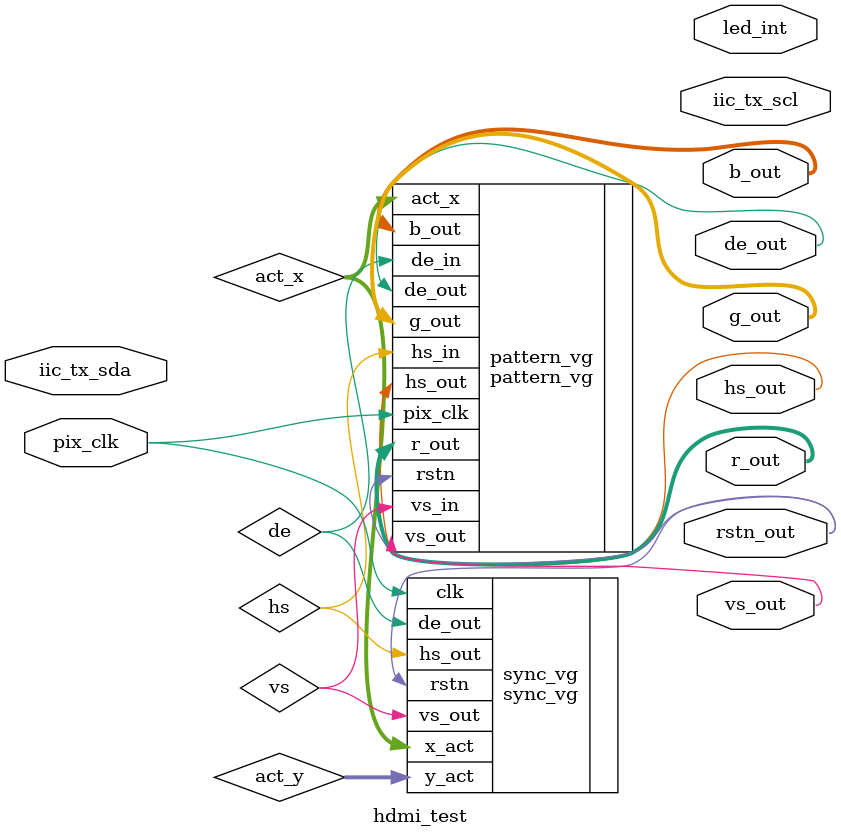
<source format=v>
`timescale 1ns / 1ps
`define UD #1

module hdmi_test(
    output            rstn_out      ,
    output            iic_tx_scl    ,
    inout             iic_tx_sda    ,
    output            led_int       ,
//hdmi_out 
    input            pix_clk       ,//pixclk                           
    output            vs_out        , 
    output            hs_out        , 
    output            de_out        ,
    output     [7:0]  r_out         , 
    output     [7:0]  g_out         , 
    output     [7:0]  b_out         

);

parameter   X_WIDTH = 4'd12;
parameter   Y_WIDTH = 4'd12;    

//MODE_1080p
    parameter V_TOTAL = 12'd1125;
    parameter V_FP = 12'd4;
    parameter V_BP = 12'd36;
    parameter V_SYNC = 12'd5;
    parameter V_ACT = 12'd1080;
    parameter H_TOTAL = 12'd2200;
    parameter H_FP = 12'd88;
    parameter H_BP = 12'd148;
    parameter H_SYNC = 12'd44;
    parameter H_ACT = 12'd1920;
    parameter HV_OFFSET = 12'd0;

//    wire                        pix_clk    ;
    wire                        cfg_clk    ;
    wire                        locked     ;
    wire                        rstn       ;
    wire                        init_over  ;
    reg  [15:0]                 rstn_1ms   ;
    wire [X_WIDTH - 1'b1:0]     act_x      ;
    wire [Y_WIDTH - 1'b1:0]     act_y      ;    
    wire                        hs         ;
    wire                        vs         ;
    wire                        de         ;
    reg  [3:0]                  reset_delay_cnt;

    sync_vg #(
        .X_BITS               (  X_WIDTH              ), 
        .Y_BITS               (  Y_WIDTH              ),
        .V_TOTAL              (  V_TOTAL              ),//                        
        .V_FP                 (  V_FP                 ),//                        
        .V_BP                 (  V_BP                 ),//                        
        .V_SYNC               (  V_SYNC               ),//                        
        .V_ACT                (  V_ACT                ),//                        
        .H_TOTAL              (  H_TOTAL              ),//                        
        .H_FP                 (  H_FP                 ),//                        
        .H_BP                 (  H_BP                 ),//                        
        .H_SYNC               (  H_SYNC               ),//                        
        .H_ACT                (  H_ACT                ) //                        
 
    ) sync_vg                                         
    (                                                 
        .clk                  (  pix_clk               ),//input                   clk,                                 
        .rstn                 (  rstn_out                 ),//input                   rstn,                            
        .vs_out               (  vs                   ),//output reg              vs_out,                                                                                                                                      
        .hs_out               (  hs                   ),//output reg              hs_out,            
        .de_out               (  de                   ),//output reg              de_out,             
        .x_act                (  act_x                ),//output reg [X_BITS-1:0] x_out,             
        .y_act                (  act_y                ) //output reg [Y_BITS:0]   y_out,             
    );
    
    pattern_vg #(
        .COCLOR_DEPP          (  8                    ), // Bits per channel
        .X_BITS               (  X_WIDTH              ),
        .Y_BITS               (  Y_WIDTH              ),
        .H_ACT                (  H_ACT                ),
        .V_ACT                (  V_ACT                )
    ) // Number of fractional bits for ramp pattern
    pattern_vg (
        .rstn                 (  rstn_out                 ),//input                         rstn,                                                     
        .pix_clk              (  pix_clk               ),//input                         clk_in,  
        .act_x                (  act_x                ),//input      [X_BITS-1:0]       x,   
        // input video timing
        .vs_in                (  vs                   ),//input                         vn_in                        
        .hs_in                (  hs                   ),//input                         hn_in,                           
        .de_in                (  de                   ),//input                         dn_in,
        // test pattern image output                                                    
        .vs_out               (  vs_out               ),//output reg                    vn_out,                       
        .hs_out               (  hs_out               ),//output reg                    hn_out,                       
        .de_out               (  de_out               ),//output reg                    den_out,                      
        .r_out                (  r_out                ),//output reg [COCLOR_DEPP-1:0]  r_out,                      
        .g_out                (  g_out                ),//output reg [COCLOR_DEPP-1:0]  g_out,                       
        .b_out                (  b_out                ) //output reg [COCLOR_DEPP-1:0]  b_out   
    );

endmodule

</source>
